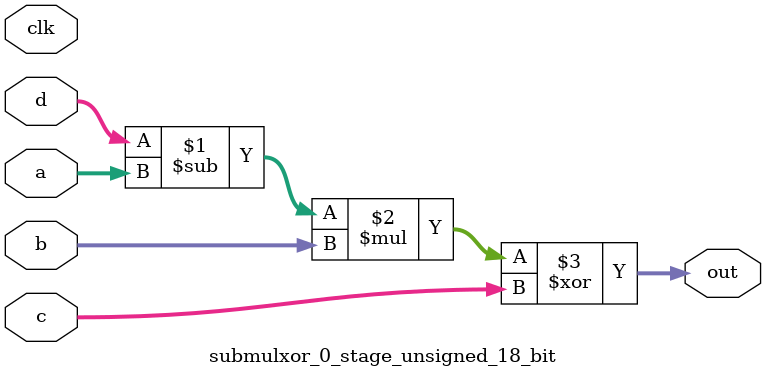
<source format=sv>
(* use_dsp = "yes" *) module submulxor_0_stage_unsigned_18_bit(
	input  [17:0] a,
	input  [17:0] b,
	input  [17:0] c,
	input  [17:0] d,
	output [17:0] out,
	input clk);

	assign out = ((d - a) * b) ^ c;
endmodule

</source>
